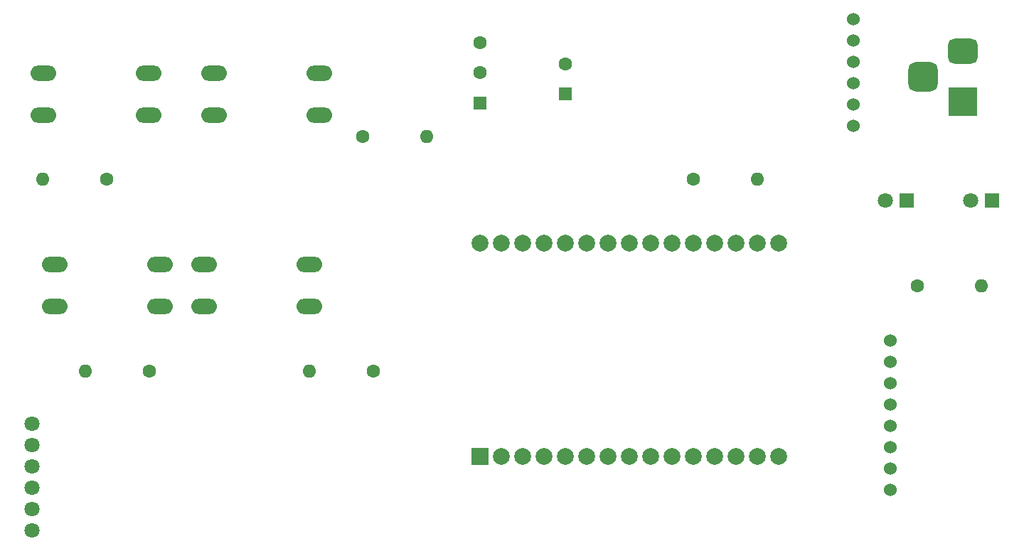
<source format=gbr>
%TF.GenerationSoftware,KiCad,Pcbnew,7.0.2*%
%TF.CreationDate,2023-06-14T14:53:58-05:00*%
%TF.ProjectId,ControlRemoto,436f6e74-726f-46c5-9265-6d6f746f2e6b,rev?*%
%TF.SameCoordinates,Original*%
%TF.FileFunction,Copper,L1,Top*%
%TF.FilePolarity,Positive*%
%FSLAX46Y46*%
G04 Gerber Fmt 4.6, Leading zero omitted, Abs format (unit mm)*
G04 Created by KiCad (PCBNEW 7.0.2) date 2023-06-14 14:53:58*
%MOMM*%
%LPD*%
G01*
G04 APERTURE LIST*
G04 Aperture macros list*
%AMRoundRect*
0 Rectangle with rounded corners*
0 $1 Rounding radius*
0 $2 $3 $4 $5 $6 $7 $8 $9 X,Y pos of 4 corners*
0 Add a 4 corners polygon primitive as box body*
4,1,4,$2,$3,$4,$5,$6,$7,$8,$9,$2,$3,0*
0 Add four circle primitives for the rounded corners*
1,1,$1+$1,$2,$3*
1,1,$1+$1,$4,$5*
1,1,$1+$1,$6,$7*
1,1,$1+$1,$8,$9*
0 Add four rect primitives between the rounded corners*
20,1,$1+$1,$2,$3,$4,$5,0*
20,1,$1+$1,$4,$5,$6,$7,0*
20,1,$1+$1,$6,$7,$8,$9,0*
20,1,$1+$1,$8,$9,$2,$3,0*%
G04 Aperture macros list end*
%TA.AperFunction,ComponentPad*%
%ADD10C,1.600000*%
%TD*%
%TA.AperFunction,ComponentPad*%
%ADD11O,1.600000X1.600000*%
%TD*%
%TA.AperFunction,ComponentPad*%
%ADD12O,3.048000X1.850000*%
%TD*%
%TA.AperFunction,ComponentPad*%
%ADD13RoundRect,0.250000X0.550000X-0.550000X0.550000X0.550000X-0.550000X0.550000X-0.550000X-0.550000X0*%
%TD*%
%TA.AperFunction,ComponentPad*%
%ADD14R,2.000000X2.000000*%
%TD*%
%TA.AperFunction,ComponentPad*%
%ADD15C,2.000000*%
%TD*%
%TA.AperFunction,ComponentPad*%
%ADD16R,1.800000X1.800000*%
%TD*%
%TA.AperFunction,ComponentPad*%
%ADD17C,1.800000*%
%TD*%
%TA.AperFunction,ComponentPad*%
%ADD18C,1.524000*%
%TD*%
%TA.AperFunction,ComponentPad*%
%ADD19R,3.500000X3.500000*%
%TD*%
%TA.AperFunction,ComponentPad*%
%ADD20RoundRect,0.750000X-1.000000X0.750000X-1.000000X-0.750000X1.000000X-0.750000X1.000000X0.750000X0*%
%TD*%
%TA.AperFunction,ComponentPad*%
%ADD21RoundRect,0.875000X-0.875000X0.875000X-0.875000X-0.875000X0.875000X-0.875000X0.875000X0.875000X0*%
%TD*%
G04 APERTURE END LIST*
D10*
%TO.P,R4,1*%
%TO.N,Net-(U2-D27)*%
X87630000Y-43180000D03*
D11*
%TO.P,R4,2*%
%TO.N,GND*%
X95250000Y-43180000D03*
%TD*%
D12*
%TO.P,SWRIGHT1,2,2*%
%TO.N,+5V*%
X69940000Y-35600000D03*
X82440000Y-35600000D03*
%TO.P,SWRIGHT1,1,1*%
%TO.N,Net-(U2-D27)*%
X69940000Y-40600000D03*
X82440000Y-40600000D03*
%TD*%
D13*
%TO.P,BT1,1,+*%
%TO.N,/bat*%
X111760000Y-38100000D03*
D10*
%TO.P,BT1,2,-*%
%TO.N,GND*%
X111760000Y-34500000D03*
%TD*%
%TO.P,R5,1*%
%TO.N,Net-(U2-D25)*%
X153670000Y-60960000D03*
D11*
%TO.P,R5,2*%
%TO.N,Net-(D1-A)*%
X161290000Y-60960000D03*
%TD*%
D14*
%TO.P,U2,1,3V3*%
%TO.N,+3.3V*%
X101600000Y-81280000D03*
D15*
%TO.P,U2,2,GND*%
%TO.N,GND*%
X104140000Y-81280000D03*
%TO.P,U2,3,D15*%
%TO.N,unconnected-(U2-D15-Pad3)*%
X106680000Y-81280000D03*
%TO.P,U2,4,D2*%
%TO.N,unconnected-(U2-D2-Pad4)*%
X109220000Y-81280000D03*
%TO.P,U2,5,D4*%
%TO.N,unconnected-(U2-D4-Pad5)*%
X111760000Y-81280000D03*
%TO.P,U2,6,RX2*%
%TO.N,unconnected-(U2-RX2-Pad6)*%
X114300000Y-81280000D03*
%TO.P,U2,7,TX2*%
%TO.N,unconnected-(U2-TX2-Pad7)*%
X116840000Y-81280000D03*
%TO.P,U2,8,D5*%
%TO.N,unconnected-(U2-D5-Pad8)*%
X119380000Y-81280000D03*
%TO.P,U2,9,D18*%
%TO.N,Net-(U2-D18)*%
X121920000Y-81280000D03*
%TO.P,U2,10,D19*%
%TO.N,Net-(U2-D19)*%
X124460000Y-81280000D03*
%TO.P,U2,11,D21*%
%TO.N,Net-(U2-D21)*%
X127000000Y-81280000D03*
%TO.P,U2,12,RX0*%
%TO.N,Net-(BluetoothHC1-TX)*%
X129540000Y-81280000D03*
%TO.P,U2,13,TX0*%
%TO.N,Net-(BluetoothHC1-RX)*%
X132080000Y-81280000D03*
%TO.P,U2,14,D22*%
%TO.N,unconnected-(U2-D22-Pad14)*%
X134620000Y-81280000D03*
%TO.P,U2,15,D23*%
%TO.N,unconnected-(U2-D23-Pad15)*%
X137160000Y-81280000D03*
%TO.P,U2,16,EN*%
%TO.N,unconnected-(U2-EN-Pad16)*%
X137160000Y-55880000D03*
%TO.P,U2,17,VP*%
%TO.N,unconnected-(U2-VP-Pad17)*%
X134620000Y-55880000D03*
%TO.P,U2,18,VN*%
%TO.N,unconnected-(U2-VN-Pad18)*%
X132080000Y-55880000D03*
%TO.P,U2,19,D34*%
%TO.N,unconnected-(U2-D34-Pad19)*%
X129540000Y-55880000D03*
%TO.P,U2,20,D35*%
%TO.N,Net-(U2-D35)*%
X127000000Y-55880000D03*
%TO.P,U2,21,D32*%
%TO.N,unconnected-(U2-D32-Pad21)*%
X124460000Y-55880000D03*
%TO.P,U2,22,D33*%
%TO.N,unconnected-(U2-D33-Pad22)*%
X121920000Y-55880000D03*
%TO.P,U2,23,D25*%
%TO.N,Net-(U2-D25)*%
X119380000Y-55880000D03*
%TO.P,U2,24,D26*%
%TO.N,unconnected-(U2-D26-Pad24)*%
X116840000Y-55880000D03*
%TO.P,U2,25,D27*%
%TO.N,Net-(U2-D27)*%
X114300000Y-55880000D03*
%TO.P,U2,26,D14*%
%TO.N,Net-(U2-D14)*%
X111760000Y-55880000D03*
%TO.P,U2,27,D12*%
%TO.N,Net-(U2-D12)*%
X109220000Y-55880000D03*
%TO.P,U2,28,D13*%
%TO.N,Net-(U2-D13)*%
X106680000Y-55880000D03*
%TO.P,U2,29,GND__1*%
%TO.N,GND*%
X104140000Y-55880000D03*
%TO.P,U2,30,VIN*%
%TO.N,+5V*%
X101600000Y-55880000D03*
%TD*%
D10*
%TO.P,R2,1*%
%TO.N,GND*%
X88900000Y-71120000D03*
D11*
%TO.P,R2,2*%
%TO.N,Net-(U2-D13)*%
X81280000Y-71120000D03*
%TD*%
D12*
%TO.P,SWNIGHTMODE1,2,2*%
%TO.N,+5V*%
X68780000Y-58420000D03*
X81280000Y-58420000D03*
%TO.P,SWNIGHTMODE1,1,1*%
%TO.N,Net-(U2-D13)*%
X68780000Y-63420000D03*
X81280000Y-63420000D03*
%TD*%
D10*
%TO.P,R6,1*%
%TO.N,Net-(U2-D35)*%
X127000000Y-48260000D03*
D11*
%TO.P,R6,2*%
%TO.N,Net-(D2-A)*%
X134620000Y-48260000D03*
%TD*%
D12*
%TO.P,SWBOTH1,1,1*%
%TO.N,Net-(U2-D14)*%
X63500000Y-63420000D03*
X51000000Y-63420000D03*
%TO.P,SWBOTH1,2,2*%
%TO.N,+5V*%
X63500000Y-58420000D03*
X51000000Y-58420000D03*
%TD*%
D16*
%TO.P,D1,1,K*%
%TO.N,GND*%
X162560000Y-50800000D03*
D17*
%TO.P,D1,2,A*%
%TO.N,Net-(D1-A)*%
X160020000Y-50800000D03*
%TD*%
D18*
%TO.P,U3,1,VIN*%
%TO.N,VCC*%
X146050000Y-41910000D03*
%TO.P,U3,2,GND*%
%TO.N,GND*%
X146050000Y-39370000D03*
%TO.P,U3,3,GND*%
X146050000Y-36830000D03*
%TO.P,U3,4,BAT*%
%TO.N,/bat*%
X146050000Y-34290000D03*
%TO.P,U3,5,GND*%
%TO.N,GND*%
X146050000Y-31750000D03*
%TO.P,U3,6,OUT-5V*%
%TO.N,/5vout*%
X146050000Y-29210000D03*
%TD*%
D12*
%TO.P,SWLEFT1,2,2*%
%TO.N,+5V*%
X49620000Y-35600000D03*
X62120000Y-35600000D03*
%TO.P,SWLEFT1,1,1*%
%TO.N,Net-(U2-D12)*%
X49620000Y-40600000D03*
X62120000Y-40600000D03*
%TD*%
D13*
%TO.P,SW1,1,A*%
%TO.N,GND*%
X101600000Y-39160000D03*
D10*
%TO.P,SW1,2,B*%
%TO.N,/5vout*%
X101600000Y-35560000D03*
%TO.P,SW1,3,C*%
%TO.N,+5V*%
X101600000Y-31960000D03*
%TD*%
D19*
%TO.P,J1,1*%
%TO.N,VCC*%
X159062500Y-39020000D03*
D20*
%TO.P,J1,2*%
%TO.N,GND*%
X159062500Y-33020000D03*
D21*
%TO.P,J1,3*%
X154362500Y-36020000D03*
%TD*%
D10*
%TO.P,R3,1*%
%TO.N,GND*%
X57150000Y-48260000D03*
D11*
%TO.P,R3,2*%
%TO.N,Net-(U2-D12)*%
X49530000Y-48260000D03*
%TD*%
D16*
%TO.P,D2,1,K*%
%TO.N,GND*%
X152400000Y-50800000D03*
D17*
%TO.P,D2,2,A*%
%TO.N,Net-(D2-A)*%
X149860000Y-50800000D03*
%TD*%
%TO.P,BluetoothHC1,1,STATE*%
%TO.N,unconnected-(BluetoothHC1-STATE-Pad1)*%
X48260000Y-77343000D03*
%TO.P,BluetoothHC1,2,RX*%
%TO.N,Net-(BluetoothHC1-RX)*%
X48260000Y-79883000D03*
%TO.P,BluetoothHC1,3,TX*%
%TO.N,Net-(BluetoothHC1-TX)*%
X48260000Y-82423000D03*
%TO.P,BluetoothHC1,4,GND*%
%TO.N,GND*%
X48260000Y-84963000D03*
%TO.P,BluetoothHC1,5,+5V*%
%TO.N,+5V*%
X48260000Y-87503000D03*
%TO.P,BluetoothHC1,6,EN*%
%TO.N,unconnected-(BluetoothHC1-EN-Pad6)*%
X48260000Y-90043000D03*
%TD*%
D10*
%TO.P,R1,1*%
%TO.N,GND*%
X62230000Y-71120000D03*
D11*
%TO.P,R1,2*%
%TO.N,Net-(U2-D14)*%
X54610000Y-71120000D03*
%TD*%
D18*
%TO.P,U4,8,INT*%
%TO.N,Net-(U2-D18)*%
X150495000Y-85217000D03*
%TO.P,U4,7,ADD*%
%TO.N,unconnected-(U4-ADD-Pad7)*%
X150495000Y-82677000D03*
%TO.P,U4,6,XCL*%
%TO.N,unconnected-(U4-XCL-Pad6)*%
X150495000Y-80137000D03*
%TO.P,U4,5,XDA*%
%TO.N,unconnected-(U4-XDA-Pad5)*%
X150495000Y-77597000D03*
%TO.P,U4,4,SDA*%
%TO.N,Net-(U2-D19)*%
X150495000Y-75057000D03*
%TO.P,U4,3,SCL*%
%TO.N,Net-(U2-D21)*%
X150495000Y-72517000D03*
%TO.P,U4,2,GND*%
%TO.N,GND*%
X150495000Y-69977000D03*
%TO.P,U4,1,VCC*%
%TO.N,+3.3V*%
X150495000Y-67437000D03*
%TD*%
M02*

</source>
